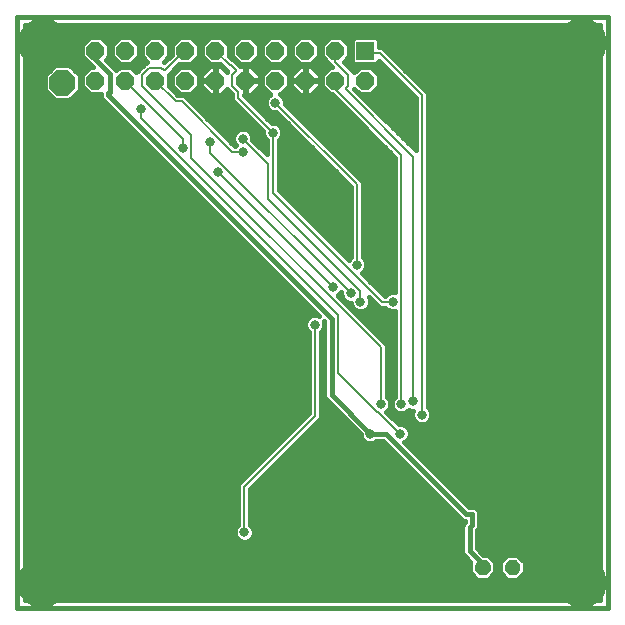
<source format=gbl>
G75*
%MOIN*%
%OFA0B0*%
%FSLAX25Y25*%
%IPPOS*%
%LPD*%
%AMOC8*
5,1,8,0,0,1.08239X$1,22.5*
%
%ADD10C,0.01600*%
%ADD11R,0.06000X0.06000*%
%ADD12OC8,0.06000*%
%ADD13C,0.01040*%
%ADD14OC8,0.08500*%
%ADD15C,0.16598*%
%ADD16C,0.03169*%
%ADD17C,0.00800*%
D10*
X0001800Y0005476D02*
X0198650Y0005476D01*
X0198650Y0202327D01*
X0001800Y0202327D01*
X0001800Y0005476D01*
X0004400Y0008076D02*
X0004400Y0199727D01*
X0196050Y0199727D01*
X0196050Y0008076D01*
X0004400Y0008076D01*
X0004400Y0008673D02*
X0196050Y0008673D01*
X0196050Y0010272D02*
X0004400Y0010272D01*
X0004400Y0011870D02*
X0196050Y0011870D01*
X0196050Y0013469D02*
X0004400Y0013469D01*
X0004400Y0015067D02*
X0154804Y0015067D01*
X0155111Y0014761D02*
X0158590Y0014761D01*
X0161050Y0017221D01*
X0161050Y0020700D01*
X0158590Y0023160D01*
X0157110Y0023160D01*
X0155000Y0025270D01*
X0155000Y0031282D01*
X0155435Y0031717D01*
X0155800Y0032599D01*
X0155800Y0037154D01*
X0155435Y0038036D01*
X0154759Y0038711D01*
X0153877Y0039076D01*
X0152394Y0039076D01*
X0130843Y0060627D01*
X0131204Y0060777D01*
X0132099Y0061673D01*
X0132584Y0062843D01*
X0132584Y0064110D01*
X0132099Y0065280D01*
X0131204Y0066176D01*
X0130033Y0066660D01*
X0129044Y0066660D01*
X0124866Y0070839D01*
X0125699Y0071673D01*
X0126184Y0072843D01*
X0126184Y0074110D01*
X0125699Y0075280D01*
X0125000Y0075979D01*
X0125000Y0093105D01*
X0108609Y0109496D01*
X0108804Y0109577D01*
X0109699Y0110473D01*
X0109780Y0110668D01*
X0109816Y0110632D01*
X0109816Y0109643D01*
X0110301Y0108473D01*
X0111196Y0107577D01*
X0112367Y0107092D01*
X0113016Y0107092D01*
X0113016Y0106843D01*
X0113501Y0105673D01*
X0114396Y0104777D01*
X0115567Y0104292D01*
X0116833Y0104292D01*
X0118004Y0104777D01*
X0118899Y0105673D01*
X0119384Y0106843D01*
X0119384Y0108110D01*
X0118993Y0109055D01*
X0122572Y0105476D01*
X0124497Y0105476D01*
X0125196Y0104777D01*
X0126367Y0104292D01*
X0127633Y0104292D01*
X0127800Y0104361D01*
X0127800Y0075979D01*
X0127101Y0075280D01*
X0126616Y0074110D01*
X0126616Y0072843D01*
X0127101Y0071673D01*
X0127996Y0070777D01*
X0129167Y0070292D01*
X0130433Y0070292D01*
X0131604Y0070777D01*
X0132284Y0071457D01*
X0133167Y0071092D01*
X0133657Y0071092D01*
X0133416Y0070510D01*
X0133416Y0069243D01*
X0133901Y0068073D01*
X0134796Y0067177D01*
X0135967Y0066692D01*
X0137233Y0066692D01*
X0138404Y0067177D01*
X0139299Y0068073D01*
X0139784Y0069243D01*
X0139784Y0070510D01*
X0139299Y0071680D01*
X0138600Y0072379D01*
X0138600Y0177105D01*
X0124600Y0191105D01*
X0123428Y0192276D01*
X0122463Y0192276D01*
X0122463Y0194867D01*
X0121526Y0195805D01*
X0114200Y0195805D01*
X0113263Y0194867D01*
X0113263Y0187542D01*
X0114200Y0186605D01*
X0121526Y0186605D01*
X0122463Y0187542D01*
X0122463Y0187585D01*
X0134600Y0175448D01*
X0134600Y0157905D01*
X0114028Y0178476D01*
X0114057Y0178505D01*
X0115958Y0176605D01*
X0119768Y0176605D01*
X0122463Y0179299D01*
X0122463Y0183110D01*
X0119768Y0185805D01*
X0115958Y0185805D01*
X0114129Y0183976D01*
X0110634Y0187470D01*
X0112463Y0189299D01*
X0112463Y0193110D01*
X0109768Y0195805D01*
X0105958Y0195805D01*
X0103263Y0193110D01*
X0103263Y0189299D01*
X0105800Y0186762D01*
X0105800Y0186648D01*
X0106643Y0185805D01*
X0105958Y0185805D01*
X0103263Y0183110D01*
X0103263Y0179299D01*
X0105958Y0176605D01*
X0106643Y0176605D01*
X0106972Y0176276D01*
X0127800Y0155448D01*
X0127800Y0110591D01*
X0127633Y0110660D01*
X0126367Y0110660D01*
X0125196Y0110176D01*
X0124497Y0109476D01*
X0124228Y0109476D01*
X0116609Y0117096D01*
X0116804Y0117177D01*
X0117699Y0118073D01*
X0118184Y0119243D01*
X0118184Y0120510D01*
X0117699Y0121680D01*
X0117000Y0122379D01*
X0117000Y0147505D01*
X0090984Y0173520D01*
X0090984Y0174510D01*
X0090499Y0175680D01*
X0089604Y0176576D01*
X0089534Y0176605D01*
X0089768Y0176605D01*
X0092463Y0179299D01*
X0092463Y0183110D01*
X0089768Y0185805D01*
X0085958Y0185805D01*
X0083263Y0183110D01*
X0083263Y0179299D01*
X0085958Y0176605D01*
X0086066Y0176605D01*
X0085996Y0176576D01*
X0085101Y0175680D01*
X0084616Y0174510D01*
X0084616Y0173243D01*
X0085101Y0172073D01*
X0085996Y0171177D01*
X0087167Y0170692D01*
X0088156Y0170692D01*
X0113000Y0145848D01*
X0113000Y0122379D01*
X0112301Y0121680D01*
X0112220Y0121485D01*
X0089000Y0144705D01*
X0089000Y0161373D01*
X0089699Y0162073D01*
X0090184Y0163243D01*
X0090184Y0164510D01*
X0089699Y0165680D01*
X0088804Y0166576D01*
X0087633Y0167060D01*
X0086644Y0167060D01*
X0077400Y0176305D01*
X0077400Y0176405D01*
X0077663Y0176405D01*
X0077663Y0181005D01*
X0078063Y0181005D01*
X0078063Y0181405D01*
X0077663Y0181405D01*
X0077663Y0186005D01*
X0076100Y0186005D01*
X0075428Y0186676D01*
X0075000Y0187105D01*
X0073828Y0188276D01*
X0073428Y0188276D01*
X0072434Y0189270D01*
X0072463Y0189299D01*
X0072463Y0193110D01*
X0069768Y0195805D01*
X0065958Y0195805D01*
X0063263Y0193110D01*
X0063263Y0189299D01*
X0065958Y0186605D01*
X0069443Y0186605D01*
X0071772Y0184276D01*
X0071676Y0184180D01*
X0069851Y0186005D01*
X0068063Y0186005D01*
X0068063Y0181405D01*
X0067663Y0181405D01*
X0067663Y0186005D01*
X0065875Y0186005D01*
X0063063Y0183193D01*
X0063063Y0181405D01*
X0067663Y0181405D01*
X0067663Y0181005D01*
X0063063Y0181005D01*
X0063063Y0179216D01*
X0065875Y0176405D01*
X0067663Y0176405D01*
X0067663Y0181005D01*
X0068063Y0181005D01*
X0068063Y0176405D01*
X0069851Y0176405D01*
X0071747Y0178301D01*
X0072572Y0177476D01*
X0073400Y0176648D01*
X0073400Y0174648D01*
X0074572Y0173476D01*
X0083816Y0164232D01*
X0083816Y0163243D01*
X0084301Y0162073D01*
X0085000Y0161373D01*
X0085000Y0156705D01*
X0080184Y0161520D01*
X0080184Y0162510D01*
X0079699Y0163680D01*
X0078804Y0164576D01*
X0077633Y0165060D01*
X0076367Y0165060D01*
X0075196Y0164576D01*
X0074301Y0163680D01*
X0073816Y0162510D01*
X0073816Y0161243D01*
X0074301Y0160073D01*
X0074697Y0159676D01*
X0074497Y0159476D01*
X0074228Y0159476D01*
X0058600Y0175105D01*
X0057428Y0176276D01*
X0055428Y0176276D01*
X0052434Y0179270D01*
X0052463Y0179299D01*
X0052463Y0183110D01*
X0052363Y0183210D01*
X0055857Y0186705D01*
X0055958Y0186605D01*
X0059768Y0186605D01*
X0062463Y0189299D01*
X0062463Y0193110D01*
X0059768Y0195805D01*
X0055958Y0195805D01*
X0053263Y0193110D01*
X0053263Y0189768D01*
X0050800Y0187305D01*
X0050634Y0187470D01*
X0052463Y0189299D01*
X0052463Y0193110D01*
X0049768Y0195805D01*
X0045958Y0195805D01*
X0043263Y0193110D01*
X0043263Y0189299D01*
X0045086Y0187476D01*
X0044972Y0187476D01*
X0043800Y0186305D01*
X0041534Y0184039D01*
X0039768Y0185805D01*
X0035958Y0185805D01*
X0034738Y0184585D01*
X0034635Y0184836D01*
X0033959Y0185511D01*
X0031317Y0188153D01*
X0032463Y0189299D01*
X0032463Y0193110D01*
X0029768Y0195805D01*
X0025958Y0195805D01*
X0023263Y0193110D01*
X0023263Y0189299D01*
X0025958Y0186605D01*
X0026078Y0186605D01*
X0026878Y0185805D01*
X0025958Y0185805D01*
X0023263Y0183110D01*
X0023263Y0179299D01*
X0025958Y0176605D01*
X0029768Y0176605D01*
X0029800Y0176636D01*
X0029800Y0175799D01*
X0030165Y0174917D01*
X0102296Y0102786D01*
X0101633Y0103060D01*
X0100367Y0103060D01*
X0099196Y0102576D01*
X0098301Y0101680D01*
X0097816Y0100510D01*
X0097816Y0099243D01*
X0098301Y0098073D01*
X0099000Y0097373D01*
X0099000Y0070305D01*
X0075400Y0046705D01*
X0075400Y0033179D01*
X0074701Y0032480D01*
X0074216Y0031310D01*
X0074216Y0030043D01*
X0074701Y0028873D01*
X0075596Y0027977D01*
X0076767Y0027492D01*
X0078033Y0027492D01*
X0079204Y0027977D01*
X0080099Y0028873D01*
X0080584Y0030043D01*
X0080584Y0031310D01*
X0080099Y0032480D01*
X0079400Y0033179D01*
X0079400Y0045048D01*
X0101828Y0067476D01*
X0103000Y0068648D01*
X0103000Y0097373D01*
X0103699Y0098073D01*
X0104184Y0099243D01*
X0104184Y0100510D01*
X0103910Y0101172D01*
X0104200Y0100882D01*
X0104200Y0075799D01*
X0104565Y0074917D01*
X0116216Y0063266D01*
X0116216Y0062843D01*
X0116701Y0061673D01*
X0117596Y0060777D01*
X0118767Y0060292D01*
X0120033Y0060292D01*
X0121204Y0060777D01*
X0121503Y0061076D01*
X0123606Y0061076D01*
X0149365Y0035317D01*
X0150041Y0034642D01*
X0150923Y0034276D01*
X0151000Y0034276D01*
X0151000Y0034070D01*
X0150565Y0033636D01*
X0150200Y0032754D01*
X0150200Y0023799D01*
X0150565Y0022917D01*
X0151241Y0022242D01*
X0152716Y0020766D01*
X0152650Y0020700D01*
X0152650Y0017221D01*
X0155111Y0014761D01*
X0153205Y0016666D02*
X0004400Y0016666D01*
X0004400Y0018264D02*
X0152650Y0018264D01*
X0152650Y0019863D02*
X0004400Y0019863D01*
X0004400Y0021461D02*
X0152021Y0021461D01*
X0150506Y0023060D02*
X0004400Y0023060D01*
X0004400Y0024658D02*
X0150200Y0024658D01*
X0150200Y0026257D02*
X0004400Y0026257D01*
X0004400Y0027855D02*
X0075889Y0027855D01*
X0074460Y0029454D02*
X0004400Y0029454D01*
X0004400Y0031052D02*
X0074216Y0031052D01*
X0074871Y0032651D02*
X0004400Y0032651D01*
X0004400Y0034249D02*
X0075400Y0034249D01*
X0075400Y0035848D02*
X0004400Y0035848D01*
X0004400Y0037446D02*
X0075400Y0037446D01*
X0075400Y0039045D02*
X0004400Y0039045D01*
X0004400Y0040644D02*
X0075400Y0040644D01*
X0075400Y0042242D02*
X0004400Y0042242D01*
X0004400Y0043841D02*
X0075400Y0043841D01*
X0075400Y0045439D02*
X0004400Y0045439D01*
X0004400Y0047038D02*
X0075733Y0047038D01*
X0077331Y0048636D02*
X0004400Y0048636D01*
X0004400Y0050235D02*
X0078930Y0050235D01*
X0080528Y0051833D02*
X0004400Y0051833D01*
X0004400Y0053432D02*
X0082127Y0053432D01*
X0083725Y0055030D02*
X0004400Y0055030D01*
X0004400Y0056629D02*
X0085324Y0056629D01*
X0086922Y0058227D02*
X0004400Y0058227D01*
X0004400Y0059826D02*
X0088521Y0059826D01*
X0090119Y0061424D02*
X0004400Y0061424D01*
X0004400Y0063023D02*
X0091718Y0063023D01*
X0093316Y0064621D02*
X0004400Y0064621D01*
X0004400Y0066220D02*
X0094915Y0066220D01*
X0096514Y0067818D02*
X0004400Y0067818D01*
X0004400Y0069417D02*
X0098112Y0069417D01*
X0099000Y0071015D02*
X0004400Y0071015D01*
X0004400Y0072614D02*
X0099000Y0072614D01*
X0099000Y0074212D02*
X0004400Y0074212D01*
X0004400Y0075811D02*
X0099000Y0075811D01*
X0099000Y0077409D02*
X0004400Y0077409D01*
X0004400Y0079008D02*
X0099000Y0079008D01*
X0099000Y0080606D02*
X0004400Y0080606D01*
X0004400Y0082205D02*
X0099000Y0082205D01*
X0099000Y0083803D02*
X0004400Y0083803D01*
X0004400Y0085402D02*
X0099000Y0085402D01*
X0099000Y0087000D02*
X0004400Y0087000D01*
X0004400Y0088599D02*
X0099000Y0088599D01*
X0099000Y0090197D02*
X0004400Y0090197D01*
X0004400Y0091796D02*
X0099000Y0091796D01*
X0099000Y0093394D02*
X0004400Y0093394D01*
X0004400Y0094993D02*
X0099000Y0094993D01*
X0099000Y0096591D02*
X0004400Y0096591D01*
X0004400Y0098190D02*
X0098252Y0098190D01*
X0097816Y0099788D02*
X0004400Y0099788D01*
X0004400Y0101387D02*
X0098179Y0101387D01*
X0100185Y0102985D02*
X0004400Y0102985D01*
X0004400Y0104584D02*
X0100498Y0104584D01*
X0101815Y0102985D02*
X0102097Y0102985D01*
X0104184Y0099788D02*
X0104200Y0099788D01*
X0104200Y0098190D02*
X0103748Y0098190D01*
X0104200Y0096591D02*
X0103000Y0096591D01*
X0103000Y0094993D02*
X0104200Y0094993D01*
X0104200Y0093394D02*
X0103000Y0093394D01*
X0103000Y0091796D02*
X0104200Y0091796D01*
X0104200Y0090197D02*
X0103000Y0090197D01*
X0103000Y0088599D02*
X0104200Y0088599D01*
X0104200Y0087000D02*
X0103000Y0087000D01*
X0103000Y0085402D02*
X0104200Y0085402D01*
X0104200Y0083803D02*
X0103000Y0083803D01*
X0103000Y0082205D02*
X0104200Y0082205D01*
X0104200Y0080606D02*
X0103000Y0080606D01*
X0103000Y0079008D02*
X0104200Y0079008D01*
X0104200Y0077409D02*
X0103000Y0077409D01*
X0103000Y0075811D02*
X0104200Y0075811D01*
X0105270Y0074212D02*
X0103000Y0074212D01*
X0103000Y0072614D02*
X0106868Y0072614D01*
X0108467Y0071015D02*
X0103000Y0071015D01*
X0103000Y0069417D02*
X0110065Y0069417D01*
X0111664Y0067818D02*
X0102170Y0067818D01*
X0100572Y0066220D02*
X0113262Y0066220D01*
X0114861Y0064621D02*
X0098973Y0064621D01*
X0097375Y0063023D02*
X0116216Y0063023D01*
X0116949Y0061424D02*
X0095776Y0061424D01*
X0094178Y0059826D02*
X0124856Y0059826D01*
X0126455Y0058227D02*
X0092579Y0058227D01*
X0090981Y0056629D02*
X0128054Y0056629D01*
X0129652Y0055030D02*
X0089382Y0055030D01*
X0087784Y0053432D02*
X0131251Y0053432D01*
X0132849Y0051833D02*
X0086185Y0051833D01*
X0084587Y0050235D02*
X0134448Y0050235D01*
X0136046Y0048636D02*
X0082988Y0048636D01*
X0081390Y0047038D02*
X0137645Y0047038D01*
X0139243Y0045439D02*
X0079791Y0045439D01*
X0079400Y0043841D02*
X0140842Y0043841D01*
X0142440Y0042242D02*
X0079400Y0042242D01*
X0079400Y0040644D02*
X0144039Y0040644D01*
X0145637Y0039045D02*
X0079400Y0039045D01*
X0079400Y0037446D02*
X0147236Y0037446D01*
X0148834Y0035848D02*
X0079400Y0035848D01*
X0079400Y0034249D02*
X0151000Y0034249D01*
X0150200Y0032651D02*
X0079929Y0032651D01*
X0080584Y0031052D02*
X0150200Y0031052D01*
X0150200Y0029454D02*
X0080340Y0029454D01*
X0078911Y0027855D02*
X0150200Y0027855D01*
X0152600Y0024276D02*
X0152600Y0032276D01*
X0153400Y0033076D01*
X0153400Y0036676D01*
X0151400Y0036676D01*
X0124600Y0063476D01*
X0119400Y0063476D01*
X0106600Y0076276D01*
X0106600Y0101876D01*
X0032200Y0176276D01*
X0032200Y0177076D01*
X0032600Y0177476D01*
X0032600Y0183476D01*
X0027800Y0188276D01*
X0027800Y0191076D01*
X0027863Y0191205D01*
X0023263Y0190904D02*
X0004400Y0190904D01*
X0004400Y0192502D02*
X0023263Y0192502D01*
X0024254Y0194101D02*
X0004400Y0194101D01*
X0004400Y0195699D02*
X0025852Y0195699D01*
X0029874Y0195699D02*
X0035852Y0195699D01*
X0035958Y0195805D02*
X0033263Y0193110D01*
X0033263Y0189299D01*
X0035958Y0186605D01*
X0039768Y0186605D01*
X0042463Y0189299D01*
X0042463Y0193110D01*
X0039768Y0195805D01*
X0035958Y0195805D01*
X0034254Y0194101D02*
X0031472Y0194101D01*
X0032463Y0192502D02*
X0033263Y0192502D01*
X0033263Y0190904D02*
X0032463Y0190904D01*
X0032463Y0189305D02*
X0033263Y0189305D01*
X0031764Y0187707D02*
X0034856Y0187707D01*
X0033362Y0186108D02*
X0043603Y0186108D01*
X0044856Y0187707D02*
X0040870Y0187707D01*
X0042463Y0189305D02*
X0043263Y0189305D01*
X0043263Y0190904D02*
X0042463Y0190904D01*
X0042463Y0192502D02*
X0043263Y0192502D01*
X0044254Y0194101D02*
X0041472Y0194101D01*
X0039874Y0195699D02*
X0045852Y0195699D01*
X0049874Y0195699D02*
X0055852Y0195699D01*
X0054254Y0194101D02*
X0051472Y0194101D01*
X0052463Y0192502D02*
X0053263Y0192502D01*
X0053263Y0190904D02*
X0052463Y0190904D01*
X0052463Y0189305D02*
X0052800Y0189305D01*
X0051202Y0187707D02*
X0050870Y0187707D01*
X0053662Y0184510D02*
X0054663Y0184510D01*
X0055260Y0186108D02*
X0069940Y0186108D01*
X0071346Y0184510D02*
X0071538Y0184510D01*
X0071772Y0184276D02*
X0071772Y0184276D01*
X0068063Y0184510D02*
X0067663Y0184510D01*
X0067663Y0182911D02*
X0068063Y0182911D01*
X0067663Y0181312D02*
X0062463Y0181312D01*
X0062463Y0179714D02*
X0063063Y0179714D01*
X0062463Y0179299D02*
X0059768Y0176605D01*
X0055958Y0176605D01*
X0053263Y0179299D01*
X0053263Y0183110D01*
X0055958Y0185805D01*
X0059768Y0185805D01*
X0062463Y0183110D01*
X0062463Y0179299D01*
X0061279Y0178115D02*
X0064164Y0178115D01*
X0065762Y0176517D02*
X0055188Y0176517D01*
X0054447Y0178115D02*
X0053589Y0178115D01*
X0053263Y0179714D02*
X0052463Y0179714D01*
X0052463Y0181312D02*
X0053263Y0181312D01*
X0053263Y0182911D02*
X0052463Y0182911D01*
X0061063Y0184510D02*
X0064380Y0184510D01*
X0063063Y0182911D02*
X0062463Y0182911D01*
X0060870Y0187707D02*
X0064856Y0187707D01*
X0063263Y0189305D02*
X0062463Y0189305D01*
X0062463Y0190904D02*
X0063263Y0190904D01*
X0063263Y0192502D02*
X0062463Y0192502D01*
X0061472Y0194101D02*
X0064254Y0194101D01*
X0065852Y0195699D02*
X0059874Y0195699D01*
X0069874Y0195699D02*
X0075852Y0195699D01*
X0075958Y0195805D02*
X0073263Y0193110D01*
X0073263Y0189299D01*
X0075958Y0186605D01*
X0079768Y0186605D01*
X0082463Y0189299D01*
X0082463Y0193110D01*
X0079768Y0195805D01*
X0075958Y0195805D01*
X0074254Y0194101D02*
X0071472Y0194101D01*
X0072463Y0192502D02*
X0073263Y0192502D01*
X0073263Y0190904D02*
X0072463Y0190904D01*
X0072463Y0189305D02*
X0073263Y0189305D01*
X0074398Y0187707D02*
X0074856Y0187707D01*
X0075000Y0187105D02*
X0075000Y0187105D01*
X0075428Y0186676D02*
X0075428Y0186676D01*
X0075997Y0186108D02*
X0106340Y0186108D01*
X0104856Y0187707D02*
X0100870Y0187707D01*
X0099768Y0186605D02*
X0102463Y0189299D01*
X0102463Y0193110D01*
X0099768Y0195805D01*
X0095958Y0195805D01*
X0093263Y0193110D01*
X0093263Y0189299D01*
X0095958Y0186605D01*
X0099768Y0186605D01*
X0099851Y0186005D02*
X0098063Y0186005D01*
X0098063Y0181405D01*
X0097663Y0181405D01*
X0097663Y0186005D01*
X0095875Y0186005D01*
X0093063Y0183193D01*
X0093063Y0181405D01*
X0097663Y0181405D01*
X0097663Y0181005D01*
X0093063Y0181005D01*
X0093063Y0179216D01*
X0095875Y0176405D01*
X0097663Y0176405D01*
X0097663Y0181005D01*
X0098063Y0181005D01*
X0098063Y0181405D01*
X0102663Y0181405D01*
X0102663Y0183193D01*
X0099851Y0186005D01*
X0101346Y0184510D02*
X0104663Y0184510D01*
X0103263Y0182911D02*
X0102663Y0182911D01*
X0103263Y0181312D02*
X0098063Y0181312D01*
X0098063Y0181005D02*
X0102663Y0181005D01*
X0102663Y0179216D01*
X0099851Y0176405D01*
X0098063Y0176405D01*
X0098063Y0181005D01*
X0097663Y0181312D02*
X0092463Y0181312D01*
X0092463Y0179714D02*
X0093063Y0179714D01*
X0094164Y0178115D02*
X0091279Y0178115D01*
X0089662Y0176517D02*
X0095762Y0176517D01*
X0097663Y0176517D02*
X0098063Y0176517D01*
X0098063Y0178115D02*
X0097663Y0178115D01*
X0097663Y0179714D02*
X0098063Y0179714D01*
X0098063Y0182911D02*
X0097663Y0182911D01*
X0097663Y0184510D02*
X0098063Y0184510D01*
X0094380Y0184510D02*
X0091063Y0184510D01*
X0092463Y0182911D02*
X0093063Y0182911D01*
X0089768Y0186605D02*
X0092463Y0189299D01*
X0092463Y0193110D01*
X0089768Y0195805D01*
X0085958Y0195805D01*
X0083263Y0193110D01*
X0083263Y0189299D01*
X0085958Y0186605D01*
X0089768Y0186605D01*
X0090870Y0187707D02*
X0094856Y0187707D01*
X0093263Y0189305D02*
X0092463Y0189305D01*
X0092463Y0190904D02*
X0093263Y0190904D01*
X0093263Y0192502D02*
X0092463Y0192502D01*
X0091472Y0194101D02*
X0094254Y0194101D01*
X0095852Y0195699D02*
X0089874Y0195699D01*
X0085852Y0195699D02*
X0079874Y0195699D01*
X0081472Y0194101D02*
X0084254Y0194101D01*
X0083263Y0192502D02*
X0082463Y0192502D01*
X0082463Y0190904D02*
X0083263Y0190904D01*
X0083263Y0189305D02*
X0082463Y0189305D01*
X0080870Y0187707D02*
X0084856Y0187707D01*
X0084663Y0184510D02*
X0081346Y0184510D01*
X0082663Y0183193D02*
X0079851Y0186005D01*
X0078063Y0186005D01*
X0078063Y0181405D01*
X0082663Y0181405D01*
X0082663Y0183193D01*
X0082663Y0182911D02*
X0083263Y0182911D01*
X0083263Y0181312D02*
X0078063Y0181312D01*
X0078063Y0181005D02*
X0082663Y0181005D01*
X0082663Y0179216D01*
X0079851Y0176405D01*
X0078063Y0176405D01*
X0078063Y0181005D01*
X0078063Y0179714D02*
X0077663Y0179714D01*
X0077663Y0178115D02*
X0078063Y0178115D01*
X0078063Y0176517D02*
X0077663Y0176517D01*
X0078786Y0174918D02*
X0084785Y0174918D01*
X0084616Y0173320D02*
X0080385Y0173320D01*
X0081983Y0171721D02*
X0085452Y0171721D01*
X0083582Y0170123D02*
X0088725Y0170123D01*
X0090323Y0168524D02*
X0085180Y0168524D01*
X0087958Y0166926D02*
X0091922Y0166926D01*
X0093520Y0165327D02*
X0089846Y0165327D01*
X0090184Y0163729D02*
X0095119Y0163729D01*
X0096717Y0162130D02*
X0089723Y0162130D01*
X0089000Y0160532D02*
X0098316Y0160532D01*
X0099914Y0158933D02*
X0089000Y0158933D01*
X0089000Y0157335D02*
X0101513Y0157335D01*
X0103112Y0155736D02*
X0089000Y0155736D01*
X0089000Y0154138D02*
X0104710Y0154138D01*
X0106309Y0152539D02*
X0089000Y0152539D01*
X0089000Y0150941D02*
X0107907Y0150941D01*
X0109506Y0149342D02*
X0089000Y0149342D01*
X0089000Y0147744D02*
X0111104Y0147744D01*
X0112703Y0146145D02*
X0089000Y0146145D01*
X0089158Y0144547D02*
X0113000Y0144547D01*
X0113000Y0142948D02*
X0090756Y0142948D01*
X0092355Y0141350D02*
X0113000Y0141350D01*
X0113000Y0139751D02*
X0093953Y0139751D01*
X0095552Y0138153D02*
X0113000Y0138153D01*
X0113000Y0136554D02*
X0097150Y0136554D01*
X0098749Y0134956D02*
X0113000Y0134956D01*
X0113000Y0133357D02*
X0100348Y0133357D01*
X0101946Y0131759D02*
X0113000Y0131759D01*
X0113000Y0130160D02*
X0103545Y0130160D01*
X0105143Y0128562D02*
X0113000Y0128562D01*
X0113000Y0126963D02*
X0106742Y0126963D01*
X0108340Y0125365D02*
X0113000Y0125365D01*
X0113000Y0123766D02*
X0109939Y0123766D01*
X0111537Y0122168D02*
X0112788Y0122168D01*
X0117212Y0122168D02*
X0127800Y0122168D01*
X0127800Y0123766D02*
X0117000Y0123766D01*
X0117000Y0125365D02*
X0127800Y0125365D01*
X0127800Y0126963D02*
X0117000Y0126963D01*
X0117000Y0128562D02*
X0127800Y0128562D01*
X0127800Y0130160D02*
X0117000Y0130160D01*
X0117000Y0131759D02*
X0127800Y0131759D01*
X0127800Y0133357D02*
X0117000Y0133357D01*
X0117000Y0134956D02*
X0127800Y0134956D01*
X0127800Y0136554D02*
X0117000Y0136554D01*
X0117000Y0138153D02*
X0127800Y0138153D01*
X0127800Y0139751D02*
X0117000Y0139751D01*
X0117000Y0141350D02*
X0127800Y0141350D01*
X0127800Y0142948D02*
X0117000Y0142948D01*
X0117000Y0144547D02*
X0127800Y0144547D01*
X0127800Y0146145D02*
X0117000Y0146145D01*
X0116761Y0147744D02*
X0127800Y0147744D01*
X0127800Y0149342D02*
X0115162Y0149342D01*
X0113564Y0150941D02*
X0127800Y0150941D01*
X0127800Y0152539D02*
X0111965Y0152539D01*
X0110367Y0154138D02*
X0127800Y0154138D01*
X0127512Y0155736D02*
X0108768Y0155736D01*
X0107170Y0157335D02*
X0125913Y0157335D01*
X0124314Y0158933D02*
X0105571Y0158933D01*
X0103973Y0160532D02*
X0122716Y0160532D01*
X0121117Y0162130D02*
X0102374Y0162130D01*
X0100776Y0163729D02*
X0119519Y0163729D01*
X0117920Y0165327D02*
X0099177Y0165327D01*
X0097579Y0166926D02*
X0116322Y0166926D01*
X0114723Y0168524D02*
X0095980Y0168524D01*
X0094382Y0170123D02*
X0113125Y0170123D01*
X0111526Y0171721D02*
X0092783Y0171721D01*
X0091185Y0173320D02*
X0109928Y0173320D01*
X0108329Y0174918D02*
X0090815Y0174918D01*
X0085938Y0176517D02*
X0079964Y0176517D01*
X0081562Y0178115D02*
X0084447Y0178115D01*
X0083263Y0179714D02*
X0082663Y0179714D01*
X0078063Y0182911D02*
X0077663Y0182911D01*
X0077663Y0184510D02*
X0078063Y0184510D01*
X0071932Y0178115D02*
X0071562Y0178115D01*
X0069964Y0176517D02*
X0073400Y0176517D01*
X0073400Y0174918D02*
X0058786Y0174918D01*
X0060385Y0173320D02*
X0074728Y0173320D01*
X0076326Y0171721D02*
X0061983Y0171721D01*
X0063582Y0170123D02*
X0077925Y0170123D01*
X0079523Y0168524D02*
X0065180Y0168524D01*
X0066779Y0166926D02*
X0081122Y0166926D01*
X0082720Y0165327D02*
X0068377Y0165327D01*
X0069976Y0163729D02*
X0074349Y0163729D01*
X0073816Y0162130D02*
X0071574Y0162130D01*
X0073173Y0160532D02*
X0074110Y0160532D01*
X0079651Y0163729D02*
X0083816Y0163729D01*
X0084277Y0162130D02*
X0080184Y0162130D01*
X0081173Y0160532D02*
X0085000Y0160532D01*
X0085000Y0158933D02*
X0082771Y0158933D01*
X0084370Y0157335D02*
X0085000Y0157335D01*
X0099964Y0176517D02*
X0106731Y0176517D01*
X0104447Y0178115D02*
X0101562Y0178115D01*
X0102663Y0179714D02*
X0103263Y0179714D01*
X0103263Y0189305D02*
X0102463Y0189305D01*
X0102463Y0190904D02*
X0103263Y0190904D01*
X0103263Y0192502D02*
X0102463Y0192502D01*
X0101472Y0194101D02*
X0104254Y0194101D01*
X0105852Y0195699D02*
X0099874Y0195699D01*
X0109874Y0195699D02*
X0114095Y0195699D01*
X0113263Y0194101D02*
X0111472Y0194101D01*
X0112463Y0192502D02*
X0113263Y0192502D01*
X0113263Y0190904D02*
X0112463Y0190904D01*
X0112463Y0189305D02*
X0113263Y0189305D01*
X0113263Y0187707D02*
X0110870Y0187707D01*
X0111997Y0186108D02*
X0123940Y0186108D01*
X0125538Y0184510D02*
X0121063Y0184510D01*
X0122463Y0182911D02*
X0127137Y0182911D01*
X0128735Y0181312D02*
X0122463Y0181312D01*
X0122463Y0179714D02*
X0130334Y0179714D01*
X0131932Y0178115D02*
X0121279Y0178115D01*
X0117586Y0174918D02*
X0134600Y0174918D01*
X0134600Y0173320D02*
X0119185Y0173320D01*
X0120783Y0171721D02*
X0134600Y0171721D01*
X0134600Y0170123D02*
X0122382Y0170123D01*
X0123980Y0168524D02*
X0134600Y0168524D01*
X0134600Y0166926D02*
X0125579Y0166926D01*
X0127177Y0165327D02*
X0134600Y0165327D01*
X0134600Y0163729D02*
X0128776Y0163729D01*
X0130374Y0162130D02*
X0134600Y0162130D01*
X0134600Y0160532D02*
X0131973Y0160532D01*
X0133571Y0158933D02*
X0134600Y0158933D01*
X0138600Y0158933D02*
X0196050Y0158933D01*
X0196050Y0157335D02*
X0138600Y0157335D01*
X0138600Y0155736D02*
X0196050Y0155736D01*
X0196050Y0154138D02*
X0138600Y0154138D01*
X0138600Y0152539D02*
X0196050Y0152539D01*
X0196050Y0150941D02*
X0138600Y0150941D01*
X0138600Y0149342D02*
X0196050Y0149342D01*
X0196050Y0147744D02*
X0138600Y0147744D01*
X0138600Y0146145D02*
X0196050Y0146145D01*
X0196050Y0144547D02*
X0138600Y0144547D01*
X0138600Y0142948D02*
X0196050Y0142948D01*
X0196050Y0141350D02*
X0138600Y0141350D01*
X0138600Y0139751D02*
X0196050Y0139751D01*
X0196050Y0138153D02*
X0138600Y0138153D01*
X0138600Y0136554D02*
X0196050Y0136554D01*
X0196050Y0134956D02*
X0138600Y0134956D01*
X0138600Y0133357D02*
X0196050Y0133357D01*
X0196050Y0131759D02*
X0138600Y0131759D01*
X0138600Y0130160D02*
X0196050Y0130160D01*
X0196050Y0128562D02*
X0138600Y0128562D01*
X0138600Y0126963D02*
X0196050Y0126963D01*
X0196050Y0125365D02*
X0138600Y0125365D01*
X0138600Y0123766D02*
X0196050Y0123766D01*
X0196050Y0122168D02*
X0138600Y0122168D01*
X0138600Y0120569D02*
X0196050Y0120569D01*
X0196050Y0118971D02*
X0138600Y0118971D01*
X0138600Y0117372D02*
X0196050Y0117372D01*
X0196050Y0115774D02*
X0138600Y0115774D01*
X0138600Y0114175D02*
X0196050Y0114175D01*
X0196050Y0112577D02*
X0138600Y0112577D01*
X0138600Y0110978D02*
X0196050Y0110978D01*
X0196050Y0109379D02*
X0138600Y0109379D01*
X0138600Y0107781D02*
X0196050Y0107781D01*
X0196050Y0106182D02*
X0138600Y0106182D01*
X0138600Y0104584D02*
X0196050Y0104584D01*
X0196050Y0102985D02*
X0138600Y0102985D01*
X0138600Y0101387D02*
X0196050Y0101387D01*
X0196050Y0099788D02*
X0138600Y0099788D01*
X0138600Y0098190D02*
X0196050Y0098190D01*
X0196050Y0096591D02*
X0138600Y0096591D01*
X0138600Y0094993D02*
X0196050Y0094993D01*
X0196050Y0093394D02*
X0138600Y0093394D01*
X0138600Y0091796D02*
X0196050Y0091796D01*
X0196050Y0090197D02*
X0138600Y0090197D01*
X0138600Y0088599D02*
X0196050Y0088599D01*
X0196050Y0087000D02*
X0138600Y0087000D01*
X0138600Y0085402D02*
X0196050Y0085402D01*
X0196050Y0083803D02*
X0138600Y0083803D01*
X0138600Y0082205D02*
X0196050Y0082205D01*
X0196050Y0080606D02*
X0138600Y0080606D01*
X0138600Y0079008D02*
X0196050Y0079008D01*
X0196050Y0077409D02*
X0138600Y0077409D01*
X0138600Y0075811D02*
X0196050Y0075811D01*
X0196050Y0074212D02*
X0138600Y0074212D01*
X0138600Y0072614D02*
X0196050Y0072614D01*
X0196050Y0071015D02*
X0139575Y0071015D01*
X0139784Y0069417D02*
X0196050Y0069417D01*
X0196050Y0067818D02*
X0139045Y0067818D01*
X0134155Y0067818D02*
X0127886Y0067818D01*
X0126288Y0069417D02*
X0133416Y0069417D01*
X0133625Y0071015D02*
X0131842Y0071015D01*
X0127758Y0071015D02*
X0125042Y0071015D01*
X0126089Y0072614D02*
X0126711Y0072614D01*
X0126658Y0074212D02*
X0126142Y0074212D01*
X0125169Y0075811D02*
X0127631Y0075811D01*
X0127800Y0077409D02*
X0125000Y0077409D01*
X0125000Y0079008D02*
X0127800Y0079008D01*
X0127800Y0080606D02*
X0125000Y0080606D01*
X0125000Y0082205D02*
X0127800Y0082205D01*
X0127800Y0083803D02*
X0125000Y0083803D01*
X0125000Y0085402D02*
X0127800Y0085402D01*
X0127800Y0087000D02*
X0125000Y0087000D01*
X0125000Y0088599D02*
X0127800Y0088599D01*
X0127800Y0090197D02*
X0125000Y0090197D01*
X0125000Y0091796D02*
X0127800Y0091796D01*
X0127800Y0093394D02*
X0124710Y0093394D01*
X0123112Y0094993D02*
X0127800Y0094993D01*
X0127800Y0096591D02*
X0121513Y0096591D01*
X0119915Y0098190D02*
X0127800Y0098190D01*
X0127800Y0099788D02*
X0118316Y0099788D01*
X0116718Y0101387D02*
X0127800Y0101387D01*
X0127800Y0102985D02*
X0115119Y0102985D01*
X0114862Y0104584D02*
X0113521Y0104584D01*
X0113289Y0106182D02*
X0111922Y0106182D01*
X0110992Y0107781D02*
X0110324Y0107781D01*
X0109925Y0109379D02*
X0108725Y0109379D01*
X0117538Y0104584D02*
X0125662Y0104584D01*
X0121865Y0106182D02*
X0119111Y0106182D01*
X0119384Y0107781D02*
X0120267Y0107781D01*
X0122727Y0110978D02*
X0127800Y0110978D01*
X0127800Y0112577D02*
X0121128Y0112577D01*
X0119530Y0114175D02*
X0127800Y0114175D01*
X0127800Y0115774D02*
X0117931Y0115774D01*
X0116999Y0117372D02*
X0127800Y0117372D01*
X0127800Y0118971D02*
X0118071Y0118971D01*
X0118160Y0120569D02*
X0127800Y0120569D01*
X0098900Y0106182D02*
X0004400Y0106182D01*
X0004400Y0107781D02*
X0097301Y0107781D01*
X0095703Y0109379D02*
X0004400Y0109379D01*
X0004400Y0110978D02*
X0094104Y0110978D01*
X0092506Y0112577D02*
X0004400Y0112577D01*
X0004400Y0114175D02*
X0090907Y0114175D01*
X0089309Y0115774D02*
X0004400Y0115774D01*
X0004400Y0117372D02*
X0087710Y0117372D01*
X0086112Y0118971D02*
X0004400Y0118971D01*
X0004400Y0120569D02*
X0084513Y0120569D01*
X0082915Y0122168D02*
X0004400Y0122168D01*
X0004400Y0123766D02*
X0081316Y0123766D01*
X0079718Y0125365D02*
X0004400Y0125365D01*
X0004400Y0126963D02*
X0078119Y0126963D01*
X0076521Y0128562D02*
X0004400Y0128562D01*
X0004400Y0130160D02*
X0074922Y0130160D01*
X0073323Y0131759D02*
X0004400Y0131759D01*
X0004400Y0133357D02*
X0071725Y0133357D01*
X0070126Y0134956D02*
X0004400Y0134956D01*
X0004400Y0136554D02*
X0068528Y0136554D01*
X0066929Y0138153D02*
X0004400Y0138153D01*
X0004400Y0139751D02*
X0065331Y0139751D01*
X0063732Y0141350D02*
X0004400Y0141350D01*
X0004400Y0142948D02*
X0062134Y0142948D01*
X0060535Y0144547D02*
X0004400Y0144547D01*
X0004400Y0146145D02*
X0058937Y0146145D01*
X0057338Y0147744D02*
X0004400Y0147744D01*
X0004400Y0149342D02*
X0055740Y0149342D01*
X0054141Y0150941D02*
X0004400Y0150941D01*
X0004400Y0152539D02*
X0052543Y0152539D01*
X0050944Y0154138D02*
X0004400Y0154138D01*
X0004400Y0155736D02*
X0049346Y0155736D01*
X0047747Y0157335D02*
X0004400Y0157335D01*
X0004400Y0158933D02*
X0046149Y0158933D01*
X0044550Y0160532D02*
X0004400Y0160532D01*
X0004400Y0162130D02*
X0042952Y0162130D01*
X0041353Y0163729D02*
X0004400Y0163729D01*
X0004400Y0165327D02*
X0039755Y0165327D01*
X0038156Y0166926D02*
X0004400Y0166926D01*
X0004400Y0168524D02*
X0036558Y0168524D01*
X0034959Y0170123D02*
X0004400Y0170123D01*
X0004400Y0171721D02*
X0033361Y0171721D01*
X0031762Y0173320D02*
X0004400Y0173320D01*
X0004400Y0174918D02*
X0014085Y0174918D01*
X0014377Y0174626D02*
X0019223Y0174626D01*
X0022650Y0178053D01*
X0022650Y0182899D01*
X0019223Y0186326D01*
X0014377Y0186326D01*
X0010950Y0182899D01*
X0010950Y0178053D01*
X0014377Y0174626D01*
X0012486Y0176517D02*
X0004400Y0176517D01*
X0004400Y0178115D02*
X0010950Y0178115D01*
X0010950Y0179714D02*
X0004400Y0179714D01*
X0004400Y0181312D02*
X0010950Y0181312D01*
X0010962Y0182911D02*
X0004400Y0182911D01*
X0004400Y0184510D02*
X0012560Y0184510D01*
X0014159Y0186108D02*
X0004400Y0186108D01*
X0004400Y0187707D02*
X0024856Y0187707D01*
X0023263Y0189305D02*
X0004400Y0189305D01*
X0004400Y0197298D02*
X0196050Y0197298D01*
X0196050Y0198896D02*
X0004400Y0198896D01*
X0019441Y0186108D02*
X0026574Y0186108D01*
X0024663Y0184510D02*
X0021040Y0184510D01*
X0022638Y0182911D02*
X0023263Y0182911D01*
X0023263Y0181312D02*
X0022650Y0181312D01*
X0022650Y0179714D02*
X0023263Y0179714D01*
X0022650Y0178115D02*
X0024447Y0178115D01*
X0021114Y0176517D02*
X0029800Y0176517D01*
X0030165Y0174918D02*
X0019515Y0174918D01*
X0041063Y0184510D02*
X0042005Y0184510D01*
X0067663Y0179714D02*
X0068063Y0179714D01*
X0068063Y0178115D02*
X0067663Y0178115D01*
X0067663Y0176517D02*
X0068063Y0176517D01*
X0113595Y0184510D02*
X0114663Y0184510D01*
X0114447Y0178115D02*
X0114389Y0178115D01*
X0115988Y0176517D02*
X0133531Y0176517D01*
X0135991Y0179714D02*
X0196050Y0179714D01*
X0196050Y0181312D02*
X0134392Y0181312D01*
X0132794Y0182911D02*
X0196050Y0182911D01*
X0196050Y0184510D02*
X0131195Y0184510D01*
X0129597Y0186108D02*
X0196050Y0186108D01*
X0196050Y0187707D02*
X0127998Y0187707D01*
X0126400Y0189305D02*
X0196050Y0189305D01*
X0196050Y0190904D02*
X0124801Y0190904D01*
X0122463Y0192502D02*
X0196050Y0192502D01*
X0196050Y0194101D02*
X0122463Y0194101D01*
X0121631Y0195699D02*
X0196050Y0195699D01*
X0196050Y0178115D02*
X0137589Y0178115D01*
X0138600Y0176517D02*
X0196050Y0176517D01*
X0196050Y0174918D02*
X0138600Y0174918D01*
X0138600Y0173320D02*
X0196050Y0173320D01*
X0196050Y0171721D02*
X0138600Y0171721D01*
X0138600Y0170123D02*
X0196050Y0170123D01*
X0196050Y0168524D02*
X0138600Y0168524D01*
X0138600Y0166926D02*
X0196050Y0166926D01*
X0196050Y0165327D02*
X0138600Y0165327D01*
X0138600Y0163729D02*
X0196050Y0163729D01*
X0196050Y0162130D02*
X0138600Y0162130D01*
X0138600Y0160532D02*
X0196050Y0160532D01*
X0196050Y0066220D02*
X0131098Y0066220D01*
X0132372Y0064621D02*
X0196050Y0064621D01*
X0196050Y0063023D02*
X0132584Y0063023D01*
X0131851Y0061424D02*
X0196050Y0061424D01*
X0196050Y0059826D02*
X0131645Y0059826D01*
X0133243Y0058227D02*
X0196050Y0058227D01*
X0196050Y0056629D02*
X0134842Y0056629D01*
X0136440Y0055030D02*
X0196050Y0055030D01*
X0196050Y0053432D02*
X0138039Y0053432D01*
X0139637Y0051833D02*
X0196050Y0051833D01*
X0196050Y0050235D02*
X0141236Y0050235D01*
X0142834Y0048636D02*
X0196050Y0048636D01*
X0196050Y0047038D02*
X0144433Y0047038D01*
X0146031Y0045439D02*
X0196050Y0045439D01*
X0196050Y0043841D02*
X0147630Y0043841D01*
X0149228Y0042242D02*
X0196050Y0042242D01*
X0196050Y0040644D02*
X0150827Y0040644D01*
X0153953Y0039045D02*
X0196050Y0039045D01*
X0196050Y0037446D02*
X0155679Y0037446D01*
X0155800Y0035848D02*
X0196050Y0035848D01*
X0196050Y0034249D02*
X0155800Y0034249D01*
X0155800Y0032651D02*
X0196050Y0032651D01*
X0196050Y0031052D02*
X0155000Y0031052D01*
X0155000Y0029454D02*
X0196050Y0029454D01*
X0196050Y0027855D02*
X0155000Y0027855D01*
X0155000Y0026257D02*
X0196050Y0026257D01*
X0196050Y0024658D02*
X0155612Y0024658D01*
X0152600Y0024276D02*
X0156600Y0020276D01*
X0156600Y0019076D01*
X0156850Y0018961D01*
X0160289Y0021461D02*
X0163311Y0021461D01*
X0162550Y0020700D02*
X0162550Y0017221D01*
X0165010Y0014761D01*
X0168489Y0014761D01*
X0170950Y0017221D01*
X0170950Y0020700D01*
X0168489Y0023160D01*
X0165010Y0023160D01*
X0162550Y0020700D01*
X0162550Y0019863D02*
X0161050Y0019863D01*
X0161050Y0018264D02*
X0162550Y0018264D01*
X0163105Y0016666D02*
X0160495Y0016666D01*
X0158897Y0015067D02*
X0164703Y0015067D01*
X0168796Y0015067D02*
X0196050Y0015067D01*
X0196050Y0016666D02*
X0170395Y0016666D01*
X0170950Y0018264D02*
X0196050Y0018264D01*
X0196050Y0019863D02*
X0170950Y0019863D01*
X0170189Y0021461D02*
X0196050Y0021461D01*
X0196050Y0023060D02*
X0168590Y0023060D01*
X0164909Y0023060D02*
X0158691Y0023060D01*
D11*
X0117863Y0191205D03*
D12*
X0107863Y0191205D03*
X0097863Y0191205D03*
X0087863Y0191205D03*
X0077863Y0191205D03*
X0067863Y0191205D03*
X0057863Y0191205D03*
X0047863Y0191205D03*
X0037863Y0191205D03*
X0027863Y0191205D03*
X0027863Y0181205D03*
X0037863Y0181205D03*
X0047863Y0181205D03*
X0057863Y0181205D03*
X0067863Y0181205D03*
X0077863Y0181205D03*
X0087863Y0181205D03*
X0097863Y0181205D03*
X0107863Y0181205D03*
X0117863Y0181205D03*
D13*
X0156509Y0020520D02*
X0155989Y0021040D01*
X0157711Y0021040D01*
X0158929Y0019822D01*
X0158929Y0018100D01*
X0157711Y0016882D01*
X0155989Y0016882D01*
X0154771Y0018100D01*
X0154771Y0019822D01*
X0155989Y0021040D01*
X0156312Y0020260D01*
X0157388Y0020260D01*
X0158149Y0019499D01*
X0158149Y0018423D01*
X0157388Y0017662D01*
X0156312Y0017662D01*
X0155551Y0018423D01*
X0155551Y0019499D01*
X0156312Y0020260D01*
X0156635Y0019480D01*
X0157065Y0019480D01*
X0157369Y0019176D01*
X0157369Y0018746D01*
X0157065Y0018442D01*
X0156635Y0018442D01*
X0156331Y0018746D01*
X0156331Y0019176D01*
X0156635Y0019480D01*
X0166409Y0020520D02*
X0165889Y0021040D01*
X0167611Y0021040D01*
X0168829Y0019822D01*
X0168829Y0018100D01*
X0167611Y0016882D01*
X0165889Y0016882D01*
X0164671Y0018100D01*
X0164671Y0019822D01*
X0165889Y0021040D01*
X0166212Y0020260D01*
X0167288Y0020260D01*
X0168049Y0019499D01*
X0168049Y0018423D01*
X0167288Y0017662D01*
X0166212Y0017662D01*
X0165451Y0018423D01*
X0165451Y0019499D01*
X0166212Y0020260D01*
X0166535Y0019480D01*
X0166965Y0019480D01*
X0167269Y0019176D01*
X0167269Y0018746D01*
X0166965Y0018442D01*
X0166535Y0018442D01*
X0166231Y0018746D01*
X0166231Y0019176D01*
X0166535Y0019480D01*
D14*
X0016800Y0180476D03*
D15*
X0010308Y0193724D03*
X0010116Y0013742D03*
X0190116Y0013742D03*
X0190116Y0193742D03*
D16*
X0115000Y0119876D03*
X0113000Y0110276D03*
X0116200Y0107476D03*
X0107000Y0112276D03*
X0101000Y0099876D03*
X0086800Y0090476D03*
X0081800Y0090476D03*
X0076800Y0090476D03*
X0071800Y0090476D03*
X0066800Y0090476D03*
X0061800Y0090476D03*
X0056800Y0090476D03*
X0051800Y0090476D03*
X0051800Y0085476D03*
X0051800Y0080476D03*
X0051800Y0075476D03*
X0051800Y0070476D03*
X0051800Y0065476D03*
X0056800Y0062976D03*
X0061800Y0062976D03*
X0066800Y0062976D03*
X0071800Y0062976D03*
X0076800Y0062976D03*
X0081800Y0062976D03*
X0086800Y0062976D03*
X0089300Y0067976D03*
X0089300Y0080476D03*
X0089300Y0085476D03*
X0119400Y0063476D03*
X0123000Y0073476D03*
X0129800Y0073476D03*
X0133800Y0074276D03*
X0136600Y0069876D03*
X0129400Y0063476D03*
X0127000Y0107476D03*
X0106800Y0145476D03*
X0087000Y0163876D03*
X0087800Y0173876D03*
X0077000Y0161876D03*
X0077000Y0157476D03*
X0068600Y0150676D03*
X0066200Y0160676D03*
X0057000Y0158676D03*
X0066800Y0170476D03*
X0043000Y0171876D03*
X0077400Y0030676D03*
D17*
X0077400Y0045876D01*
X0101000Y0069476D01*
X0101000Y0099876D01*
X0108600Y0103076D02*
X0043000Y0168676D01*
X0043000Y0171876D01*
X0043400Y0179476D02*
X0043400Y0183076D01*
X0045800Y0185476D01*
X0049800Y0185476D01*
X0050600Y0184676D01*
X0051000Y0184676D01*
X0057800Y0191476D01*
X0057863Y0191205D01*
X0067800Y0191076D02*
X0067863Y0191205D01*
X0067800Y0191076D02*
X0072600Y0186276D01*
X0073000Y0186276D01*
X0074600Y0184676D01*
X0074600Y0184276D01*
X0073400Y0183076D01*
X0073400Y0179476D01*
X0075400Y0177476D01*
X0075400Y0175476D01*
X0087000Y0163876D01*
X0087000Y0143876D01*
X0123400Y0107476D01*
X0127000Y0107476D01*
X0116200Y0107476D02*
X0116200Y0111076D01*
X0085400Y0141876D01*
X0085400Y0153476D01*
X0077000Y0161876D01*
X0077000Y0157476D02*
X0073400Y0157476D01*
X0056600Y0174276D01*
X0054600Y0174276D01*
X0047800Y0181076D01*
X0047863Y0181205D01*
X0043400Y0179476D02*
X0059800Y0163076D01*
X0059800Y0155476D01*
X0123000Y0092276D01*
X0123000Y0073476D01*
X0122200Y0070676D02*
X0121800Y0070676D01*
X0108600Y0083876D01*
X0108600Y0103076D01*
X0113000Y0110276D02*
X0066200Y0157076D01*
X0066200Y0160676D01*
X0057000Y0161876D02*
X0057000Y0158676D01*
X0057000Y0161876D02*
X0037800Y0181076D01*
X0037863Y0181205D01*
X0068600Y0150676D02*
X0107000Y0112276D01*
X0115000Y0119876D02*
X0115000Y0146676D01*
X0087800Y0173876D01*
X0107800Y0178276D02*
X0107800Y0181076D01*
X0107863Y0181205D01*
X0107800Y0178276D02*
X0129800Y0156276D01*
X0129800Y0073476D01*
X0133800Y0074276D02*
X0133800Y0155876D01*
X0111400Y0178276D01*
X0111400Y0178676D01*
X0112200Y0179476D01*
X0112200Y0183076D01*
X0107800Y0187476D01*
X0107800Y0191076D01*
X0107863Y0191205D01*
X0117863Y0191205D02*
X0118200Y0191076D01*
X0119000Y0190276D01*
X0122600Y0190276D01*
X0136600Y0176276D01*
X0136600Y0069876D01*
X0129400Y0063476D02*
X0122200Y0070676D01*
M02*

</source>
